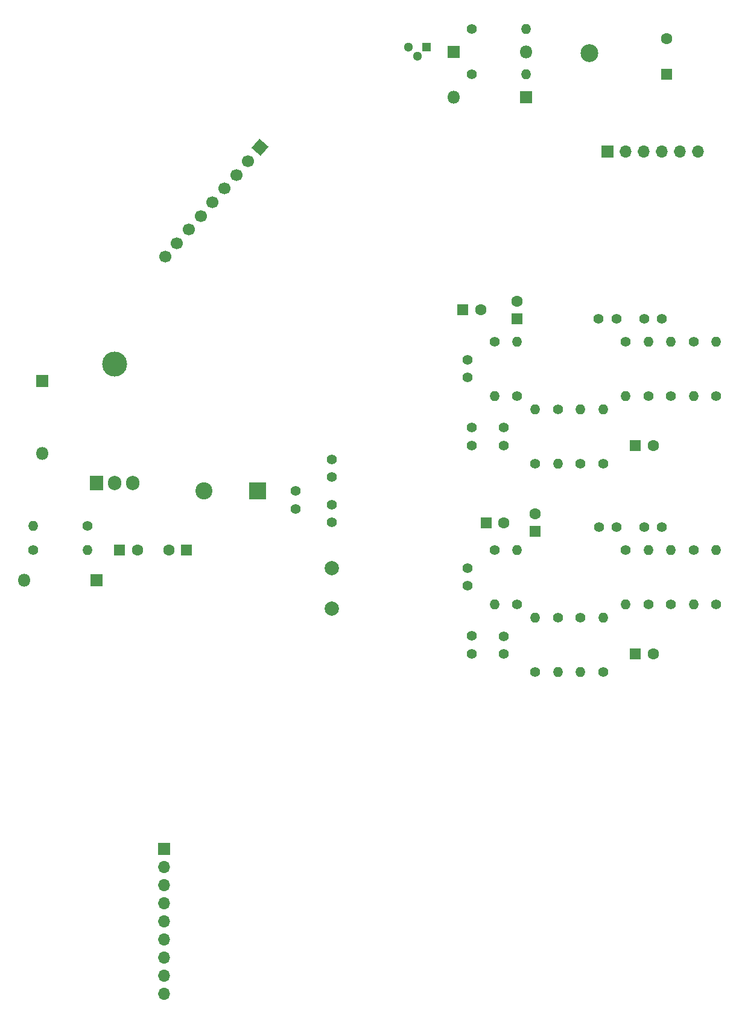
<source format=gbr>
%TF.GenerationSoftware,KiCad,Pcbnew,8.0.7-8.0.7-0~ubuntu22.04.1*%
%TF.CreationDate,2025-01-06T19:22:07+01:00*%
%TF.ProjectId,RIAA,52494141-2e6b-4696-9361-645f70636258,0.1*%
%TF.SameCoordinates,Original*%
%TF.FileFunction,Soldermask,Bot*%
%TF.FilePolarity,Negative*%
%FSLAX46Y46*%
G04 Gerber Fmt 4.6, Leading zero omitted, Abs format (unit mm)*
G04 Created by KiCad (PCBNEW 8.0.7-8.0.7-0~ubuntu22.04.1) date 2025-01-06 19:22:07*
%MOMM*%
%LPD*%
G01*
G04 APERTURE LIST*
G04 Aperture macros list*
%AMHorizOval*
0 Thick line with rounded ends*
0 $1 width*
0 $2 $3 position (X,Y) of the first rounded end (center of the circle)*
0 $4 $5 position (X,Y) of the second rounded end (center of the circle)*
0 Add line between two ends*
20,1,$1,$2,$3,$4,$5,0*
0 Add two circle primitives to create the rounded ends*
1,1,$1,$2,$3*
1,1,$1,$4,$5*%
%AMRotRect*
0 Rectangle, with rotation*
0 The origin of the aperture is its center*
0 $1 length*
0 $2 width*
0 $3 Rotation angle, in degrees counterclockwise*
0 Add horizontal line*
21,1,$1,$2,0,0,$3*%
G04 Aperture macros list end*
%ADD10C,1.400000*%
%ADD11O,1.400000X1.400000*%
%ADD12R,1.800000X1.800000*%
%ADD13O,1.800000X1.800000*%
%ADD14R,1.600000X1.600000*%
%ADD15C,1.600000*%
%ADD16R,1.300000X1.300000*%
%ADD17C,1.300000*%
%ADD18C,2.000000*%
%ADD19C,2.500000*%
%ADD20RotRect,1.700000X1.700000X319.000000*%
%ADD21HorizOval,1.700000X0.000000X0.000000X0.000000X0.000000X0*%
%ADD22R,1.700000X1.700000*%
%ADD23O,1.700000X1.700000*%
%ADD24R,2.400000X2.400000*%
%ADD25C,2.400000*%
%ADD26C,3.500000*%
%ADD27R,1.905000X2.000000*%
%ADD28O,1.905000X2.000000*%
G04 APERTURE END LIST*
D10*
%TO.C,R205*%
X222885000Y-110490000D03*
D11*
X222885000Y-102870000D03*
%TD*%
D10*
%TO.C,R111*%
X248285000Y-130175000D03*
D11*
X248285000Y-122555000D03*
%TD*%
D10*
%TO.C,R107*%
X232410000Y-139700000D03*
D11*
X232410000Y-132080000D03*
%TD*%
D12*
%TO.C,D7*%
X221615000Y-59055000D03*
D13*
X211455000Y-59055000D03*
%TD*%
D10*
%TO.C,C203*%
X213995000Y-107930000D03*
X213995000Y-105430000D03*
%TD*%
D14*
%TO.C,C29*%
X173925113Y-122555000D03*
D15*
X171425113Y-122555000D03*
%TD*%
D10*
%TO.C,R112*%
X245110000Y-122555000D03*
D11*
X245110000Y-130175000D03*
%TD*%
D10*
%TO.C,C201*%
X213360000Y-98405000D03*
X213360000Y-95905000D03*
%TD*%
%TO.C,R206*%
X229235000Y-110490000D03*
D11*
X229235000Y-102870000D03*
%TD*%
D10*
%TO.C,R19*%
X160020000Y-119190000D03*
D11*
X152400000Y-119190000D03*
%TD*%
D10*
%TO.C,C101*%
X213360000Y-127615000D03*
X213360000Y-125115000D03*
%TD*%
D16*
%TO.C,BC1*%
X207645000Y-52070000D03*
D17*
X206375000Y-53340000D03*
X205105000Y-52070000D03*
%TD*%
D10*
%TO.C,C28*%
X194310000Y-109855000D03*
X194310000Y-112355000D03*
%TD*%
%TO.C,R210*%
X235585000Y-93345000D03*
D11*
X235585000Y-100965000D03*
%TD*%
D18*
%TO.C,TP1*%
X194310000Y-130810000D03*
%TD*%
D14*
%TO.C,C107*%
X222885000Y-119975000D03*
D15*
X222885000Y-117475000D03*
%TD*%
D10*
%TO.C,C102*%
X218440000Y-134660000D03*
X218440000Y-137160000D03*
%TD*%
D14*
%TO.C,C106*%
X215964888Y-118745000D03*
D15*
X218464888Y-118745000D03*
%TD*%
D19*
%TO.C,RV1*%
X230505000Y-52945000D03*
%TD*%
D10*
%TO.C,R202*%
X217170000Y-93345000D03*
D11*
X217170000Y-100965000D03*
%TD*%
D10*
%TO.C,R207*%
X232410000Y-110490000D03*
D11*
X232410000Y-102870000D03*
%TD*%
D10*
%TO.C,R104*%
X226060000Y-132080000D03*
D11*
X226060000Y-139700000D03*
%TD*%
D14*
%TO.C,C33*%
X241300000Y-55880000D03*
D15*
X241300000Y-50880000D03*
%TD*%
D10*
%TO.C,C205*%
X231775000Y-90170000D03*
X234275000Y-90170000D03*
%TD*%
%TO.C,C104*%
X240645000Y-119380000D03*
X238145000Y-119380000D03*
%TD*%
D14*
%TO.C,C207*%
X220345000Y-90170000D03*
D15*
X220345000Y-87670000D03*
%TD*%
D10*
%TO.C,R203*%
X220345000Y-100965000D03*
D11*
X220345000Y-93345000D03*
%TD*%
D14*
%TO.C,C108*%
X236919888Y-137160000D03*
D15*
X239419888Y-137160000D03*
%TD*%
D20*
%TO.C,P8*%
X184250000Y-66150000D03*
D21*
X182583610Y-68066962D03*
X180917220Y-69983925D03*
X179250830Y-71900887D03*
X177584440Y-73817849D03*
X175918050Y-75734812D03*
X174251660Y-77651774D03*
X172585270Y-79568736D03*
X170918881Y-81485699D03*
%TD*%
D10*
%TO.C,C105*%
X231795000Y-119380000D03*
X234295000Y-119380000D03*
%TD*%
%TO.C,R204*%
X226060000Y-102870000D03*
D11*
X226060000Y-110490000D03*
%TD*%
D10*
%TO.C,R109*%
X238760000Y-130175000D03*
D11*
X238760000Y-122555000D03*
%TD*%
D10*
%TO.C,C32*%
X189230000Y-116820000D03*
X189230000Y-114320000D03*
%TD*%
D18*
%TO.C,TP2*%
X194310000Y-125095000D03*
%TD*%
D10*
%TO.C,R211*%
X248285000Y-100965000D03*
D11*
X248285000Y-93345000D03*
%TD*%
D12*
%TO.C,D6*%
X161290000Y-126810000D03*
D13*
X151130000Y-126810000D03*
%TD*%
D10*
%TO.C,C202*%
X218440000Y-105430000D03*
X218440000Y-107930000D03*
%TD*%
%TO.C,R108*%
X241935000Y-130175000D03*
D11*
X241935000Y-122555000D03*
%TD*%
D10*
%TO.C,R208*%
X241935000Y-100965000D03*
D11*
X241935000Y-93345000D03*
%TD*%
D10*
%TO.C,C103*%
X213995000Y-137140000D03*
X213995000Y-134640000D03*
%TD*%
D22*
%TO.C,P9*%
X233045000Y-66675000D03*
D23*
X235585000Y-66675000D03*
X238125000Y-66675000D03*
X240665000Y-66675000D03*
X243205000Y-66675000D03*
X245745000Y-66675000D03*
%TD*%
D10*
%TO.C,R22*%
X213995000Y-55880000D03*
D11*
X221615000Y-55880000D03*
%TD*%
D12*
%TO.C,D8*%
X211455000Y-52705000D03*
D13*
X221615000Y-52705000D03*
%TD*%
D24*
%TO.C,C31*%
X183905216Y-114300000D03*
D25*
X176405216Y-114300000D03*
%TD*%
D10*
%TO.C,R212*%
X245110000Y-93345000D03*
D11*
X245110000Y-100965000D03*
%TD*%
D14*
%TO.C,C208*%
X236919888Y-107950000D03*
D15*
X239419888Y-107950000D03*
%TD*%
D10*
%TO.C,R21*%
X213995000Y-49530000D03*
D11*
X221615000Y-49530000D03*
%TD*%
D10*
%TO.C,R209*%
X238760000Y-100965000D03*
D11*
X238760000Y-93345000D03*
%TD*%
D10*
%TO.C,R20*%
X152400000Y-122555000D03*
D11*
X160020000Y-122555000D03*
%TD*%
D14*
%TO.C,C206*%
X212725000Y-88900000D03*
D15*
X215225000Y-88900000D03*
%TD*%
D10*
%TO.C,R103*%
X220345000Y-130175000D03*
D11*
X220345000Y-122555000D03*
%TD*%
D14*
%TO.C,C30*%
X164529888Y-122555000D03*
D15*
X167029888Y-122555000D03*
%TD*%
D10*
%TO.C,C27*%
X194310000Y-118725000D03*
X194310000Y-116225000D03*
%TD*%
%TO.C,R106*%
X229235000Y-132080000D03*
D11*
X229235000Y-139700000D03*
%TD*%
D10*
%TO.C,R110*%
X235585000Y-122555000D03*
D11*
X235585000Y-130175000D03*
%TD*%
D10*
%TO.C,R105*%
X222885000Y-139700000D03*
D11*
X222885000Y-132080000D03*
%TD*%
D26*
%TO.C,U7*%
X163830000Y-96520000D03*
D27*
X161290000Y-113180000D03*
D28*
X163830000Y-113180000D03*
X166370000Y-113180000D03*
%TD*%
D22*
%TO.C,P11*%
X170815000Y-164465000D03*
D23*
X170815000Y-167005000D03*
X170815000Y-169545000D03*
X170815000Y-172085000D03*
X170815000Y-174625000D03*
X170815000Y-177165000D03*
X170815000Y-179705000D03*
X170815000Y-182245000D03*
X170815000Y-184785000D03*
%TD*%
D10*
%TO.C,C204*%
X240645000Y-90170000D03*
X238145000Y-90170000D03*
%TD*%
%TO.C,R102*%
X217171000Y-122555000D03*
D11*
X217171000Y-130175000D03*
%TD*%
D12*
%TO.C,D5*%
X153670000Y-98870000D03*
D13*
X153670000Y-109030000D03*
%TD*%
M02*

</source>
